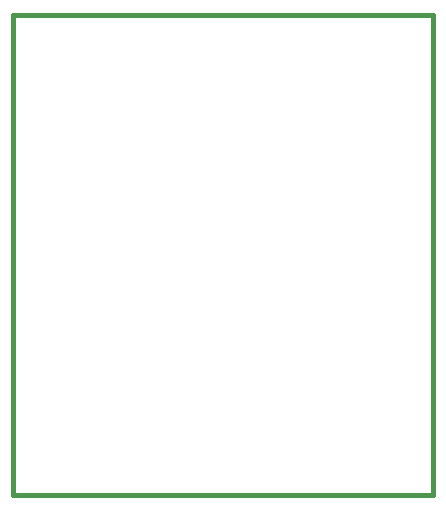
<source format=gbr>
G04 (created by PCBNEW-RS274X (2012-02-19 BZR 3421)-stable) date lun 16 abr 2012 11:22:40 COT*
G01*
G70*
G90*
%MOIN*%
G04 Gerber Fmt 3.4, Leading zero omitted, Abs format*
%FSLAX34Y34*%
G04 APERTURE LIST*
%ADD10C,0.001000*%
%ADD11C,0.015000*%
G04 APERTURE END LIST*
G54D10*
G54D11*
X57000Y-22500D02*
X43000Y-22500D01*
X57000Y-38500D02*
X57000Y-22500D01*
X43000Y-38500D02*
X57000Y-38500D01*
X43000Y-22500D02*
X43000Y-38500D01*
M02*

</source>
